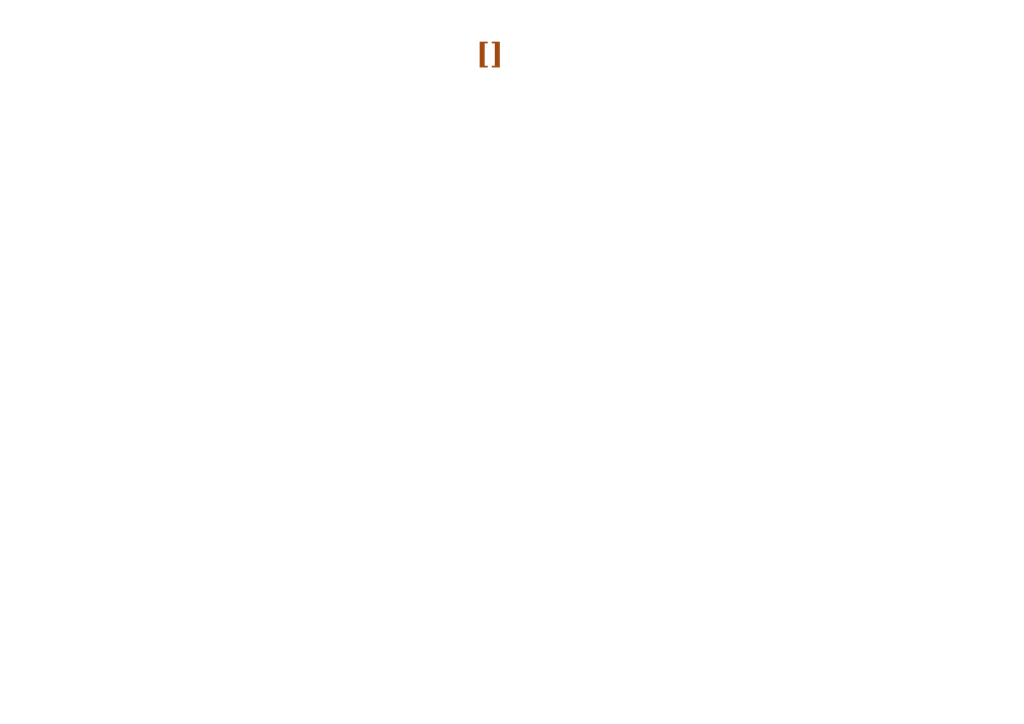
<source format=kicad_sch>
(kicad_sch
	(version 20231120)
	(generator "eeschema")
	(generator_version "8.0")
	(uuid "b7ce2658-0c16-417c-9e64-5f86ab89a607")
	(paper "A4")
	(title_block
		(title "Cell_Sentinel")
		(date "2024-11-05")
		(rev "1.0.0")
	)
	(lib_symbols)
	(text "[${#}] ${SHEETNAME}"
		(exclude_from_sim no)
		(at 143.51 17.78 0)
		(effects
			(font
				(face "Times New Roman")
				(size 6 6)
				(thickness 1.6)
				(bold yes)
				(color 159 72 15 1)
			)
		)
		(uuid "c823b2af-4861-49eb-b178-efadf0a83787")
	)
)

</source>
